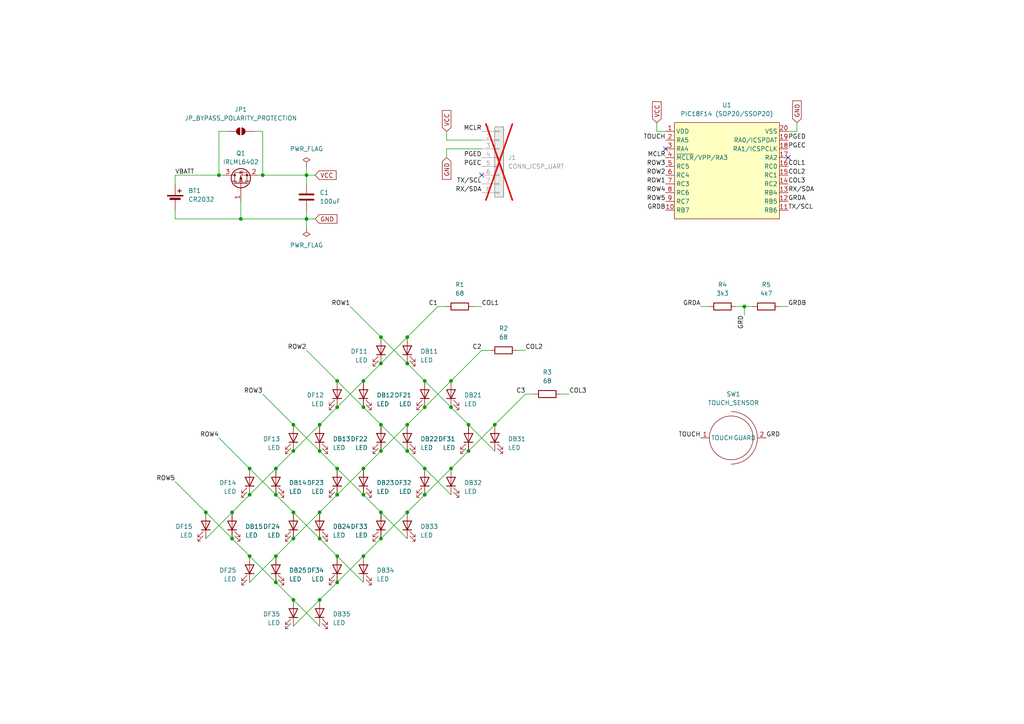
<source format=kicad_sch>
(kicad_sch (version 20250114) (generator "eeschema") (generator_version "9.0")
  (paper "A4")
  (lib_symbols
    (symbol "Battery_Cell_1" (pin_numbers (hide yes)) (pin_names (offset 0) (hide yes))
      (property "Reference" "BT" (at 2.54 2.54 0))
      (property "Value" "Battery_Cell" (at 2.54 0 0))
      (symbol "Battery_Cell_1_0_1"
        (rectangle (start -2.286 1.778) (end 2.286 1.524) (fill (type outline)))
        (rectangle (start -1.524 1.016) (end 1.524 0.508) (fill (type outline)))
        (polyline (pts (xy 0 1.778) (xy 0 2.54)))
        (polyline (pts (xy 0 0.762) (xy 0 0)))
        (polyline (pts (xy 0.762 3.048) (xy 1.778 3.048)) (stroke (width 0.254)))
        (polyline (pts (xy 1.27 3.556) (xy 1.27 2.54)) (stroke (width 0.254)))
      )
      (symbol "Battery_Cell_1_1_1"
        (pin passive line (at 0 5.08 270) (length 2.54) (name "+") (number "1"))
        (pin passive line (at 0 -2.54 90) (length 2.54) (name "-") (number "2"))
      )
    )
    (symbol "Connector_Generic:Conn_01x08" (pin_names (offset 1.016) (hide yes))
      (property "Reference" "J" (at 0 10.16 0))
      (property "Value" "Conn_01x08" (at 0 -12.7 0))
      (symbol "Conn_01x08_1_1"
        (rectangle (start -1.27 8.89) (end 1.27 -11.43) (stroke (width 0.254)) (fill (type background)))
        (rectangle (start -1.27 7.747) (end 0 7.493) (stroke (width 0.1524)))
        (rectangle (start -1.27 5.207) (end 0 4.953) (stroke (width 0.1524)))
        (rectangle (start -1.27 2.667) (end 0 2.413) (stroke (width 0.1524)))
        (rectangle (start -1.27 0.127) (end 0 -0.127) (stroke (width 0.1524)))
        (rectangle (start -1.27 -2.413) (end 0 -2.667) (stroke (width 0.1524)))
        (rectangle (start -1.27 -4.953) (end 0 -5.207) (stroke (width 0.1524)))
        (rectangle (start -1.27 -7.493) (end 0 -7.747) (stroke (width 0.1524)))
        (rectangle (start -1.27 -10.033) (end 0 -10.287) (stroke (width 0.1524)))
        (pin passive line (at -5.08 7.62 0) (length 3.81) (name "Pin_1") (number "1"))
        (pin passive line (at -5.08 5.08 0) (length 3.81) (name "Pin_2") (number "2"))
        (pin passive line (at -5.08 2.54 0) (length 3.81) (name "Pin_3") (number "3"))
        (pin passive line (at -5.08 0 0) (length 3.81) (name "Pin_4") (number "4"))
        (pin passive line (at -5.08 -2.54 0) (length 3.81) (name "Pin_5") (number "5"))
        (pin passive line (at -5.08 -5.08 0) (length 3.81) (name "Pin_6") (number "6"))
        (pin passive line (at -5.08 -7.62 0) (length 3.81) (name "Pin_7") (number "7"))
        (pin passive line (at -5.08 -10.16 0) (length 3.81) (name "Pin_8") (number "8"))
      )
    )
    (symbol "Device:C" (pin_numbers (hide yes)) (pin_names (offset 0.254))
      (property "Reference" "C" (at 0.635 2.54 0))
      (property "Value" "C" (at 0.635 -2.54 0))
      (symbol "C_0_1"
        (polyline (pts (xy -2.032 0.762) (xy 2.032 0.762)) (stroke (width 0.508)))
        (polyline (pts (xy -2.032 -0.762) (xy 2.032 -0.762)) (stroke (width 0.508)))
      )
      (symbol "C_1_1"
        (pin passive line (at 0 3.81 270) (length 2.794) (name "~") (number "1"))
        (pin passive line (at 0 -3.81 90) (length 2.794) (name "~") (number "2"))
      )
    )
    (symbol "Device:R" (pin_numbers (hide yes)) (pin_names (offset 0))
      (property "Reference" "R" (at 2.032 0 90))
      (property "Value" "R" (at 0 0 90))
      (symbol "R_0_1"
        (rectangle (start -1.016 -2.54) (end 1.016 2.54) (stroke (width 0.254)))
      )
      (symbol "R_1_1"
        (pin passive line (at 0 3.81 270) (length 1.27) (name "~") (number "1"))
        (pin passive line (at 0 -3.81 90) (length 1.27) (name "~") (number "2"))
      )
    )
    (symbol "Jumper:SolderJumper_2_Open" (pin_numbers (hide yes)) (pin_names (offset 0) (hide yes)) (exclude_from_sim yes) (in_bom no)
      (property "Reference" "JP" (at 0 2.032 0))
      (property "Value" "SolderJumper_2_Open" (at 0 -2.54 0))
      (symbol "SolderJumper_2_Open_0_1"
        (polyline (pts (xy -0.254 1.016) (xy -0.254 -1.016)))
        (arc (start -0.254 -1.016) (mid -1.2656 0) (end -0.254 1.016))
        (arc (start -0.254 -1.016) (mid -1.2656 0) (end -0.254 1.016) (fill (type outline)))
        (arc (start 0.254 1.016) (mid 1.2656 0) (end 0.254 -1.016))
        (arc (start 0.254 1.016) (mid 1.2656 0) (end 0.254 -1.016) (fill (type outline)))
        (polyline (pts (xy 0.254 1.016) (xy 0.254 -1.016)))
      )
      (symbol "SolderJumper_2_Open_1_1"
        (pin passive line (at -3.81 0 0) (length 2.54) (name "A") (number "1"))
        (pin passive line (at 3.81 0 180) (length 2.54) (name "B") (number "2"))
      )
    )
    (symbol "LED_1" (pin_numbers (hide yes)) (pin_names (offset 1.016) (hide yes))
      (property "Reference" "D" (at 0 2.54 0))
      (property "Value" "LED" (at 0 -2.54 0))
      (symbol "LED_1_0_1"
        (polyline (pts (xy -3.048 -0.762) (xy -4.572 -2.286) (xy -3.81 -2.286) (xy -4.572 -2.286) (xy -4.572 -1.524)))
        (polyline (pts (xy -1.778 -0.762) (xy -3.302 -2.286) (xy -2.54 -2.286) (xy -3.302 -2.286) (xy -3.302 -1.524)))
        (polyline (pts (xy -1.27 0) (xy 1.27 0)))
        (polyline (pts (xy -1.27 -1.27) (xy -1.27 1.27)) (stroke (width 0.254)))
        (polyline (pts (xy 1.27 -1.27) (xy 1.27 1.27) (xy -1.27 0) (xy 1.27 -1.27)) (stroke (width 0.254)))
      )
      (symbol "LED_1_1_1"
        (pin passive line (at -3.81 0 0) (length 2.54) (name "K") (number "1"))
        (pin passive line (at 3.81 0 180) (length 2.54) (name "A") (number "2"))
      )
    )
    (symbol "Transistor_FET:IRLML6402" (pin_names (hide yes))
      (property "Reference" "Q" (at 5.08 1.905 0))
      (property "Value" "IRLML6402" (at 5.08 0 0))
      (symbol "IRLML6402_0_1"
        (polyline (pts (xy 0.254 1.905) (xy 0.254 -1.905)) (stroke (width 0.254)))
        (polyline (pts (xy 0.254 0) (xy -2.54 0)))
        (polyline (pts (xy 0.762 2.286) (xy 0.762 1.27)) (stroke (width 0.254)))
        (polyline (pts (xy 0.762 1.778) (xy 3.302 1.778) (xy 3.302 -1.778) (xy 0.762 -1.778)))
        (polyline (pts (xy 0.762 0.508) (xy 0.762 -0.508)) (stroke (width 0.254)))
        (polyline (pts (xy 0.762 -1.27) (xy 0.762 -2.286)) (stroke (width 0.254)))
        (circle (center 1.651 0) (radius 2.794) (stroke (width 0.254)))
        (polyline (pts (xy 2.286 0) (xy 1.27 0.381) (xy 1.27 -0.381) (xy 2.286 0)) (fill (type outline)))
        (polyline (pts (xy 2.54 2.54) (xy 2.54 1.778)))
        (circle (center 2.54 1.778) (radius 0.254) (fill (type outline)))
        (circle (center 2.54 -1.778) (radius 0.254) (fill (type outline)))
        (polyline (pts (xy 2.54 -2.54) (xy 2.54 0) (xy 0.762 0)))
        (polyline (pts (xy 2.794 -0.508) (xy 2.921 -0.381) (xy 3.683 -0.381) (xy 3.81 -0.254)))
        (polyline (pts (xy 3.302 -0.381) (xy 2.921 0.254) (xy 3.683 0.254) (xy 3.302 -0.381)))
      )
      (symbol "IRLML6402_1_1"
        (pin input line (at -5.08 0 0) (length 2.54) (name "G") (number "1"))
        (pin passive line (at 2.54 5.08 270) (length 2.54) (name "D") (number "3"))
        (pin passive line (at 2.54 -5.08 90) (length 2.54) (name "S") (number "2"))
      )
    )
    (symbol "WinterDeco:PIC18F14 (SOP20/SSOP20)"
      (property "Reference" "U" (at 0 16.51 0))
      (property "Value" "PIC18F14 (SOP20/SSOP20)" (at 0 -16.51 0))
      (symbol "PIC18F14 (SOP20/SSOP20)_0_1"
        (rectangle (start -15.24 13.97) (end 15.24 -13.97) (fill (type background)))
      )
      (symbol "PIC18F14 (SOP20/SSOP20)_1_1"
        (pin power_in line (at -17.78 11.43 0) (length 2.54) (name "VDD") (number "1"))
        (pin bidirectional line (at -17.78 8.89 0) (length 2.54) (name "RA5") (number "2"))
        (pin bidirectional line (at -17.78 6.35 0) (length 2.54) (name "RA4") (number "3"))
        (pin bidirectional line (at -17.78 3.81 0) (length 2.54) (name "~{MCLR}/VPP/RA3") (number "4"))
        (pin bidirectional line (at -17.78 1.27 0) (length 2.54) (name "RC5") (number "5"))
        (pin bidirectional line (at -17.78 -1.27 0) (length 2.54) (name "RC4") (number "6"))
        (pin bidirectional line (at -17.78 -3.81 0) (length 2.54) (name "RC3") (number "7"))
        (pin bidirectional line (at -17.78 -6.35 0) (length 2.54) (name "RC6") (number "8"))
        (pin bidirectional line (at -17.78 -8.89 0) (length 2.54) (name "RC7") (number "9"))
        (pin bidirectional line (at -17.78 -11.43 0) (length 2.54) (name "RB7") (number "10"))
        (pin power_in line (at 17.78 11.43 180) (length 2.54) (name "VSS") (number "20"))
        (pin bidirectional line (at 17.78 8.89 180) (length 2.54) (name "RA0/ICSPDAT") (number "19"))
        (pin bidirectional line (at 17.78 6.35 180) (length 2.54) (name "RA1/ICSPCLK") (number "18"))
        (pin bidirectional line (at 17.78 3.81 180) (length 2.54) (name "RA2") (number "17"))
        (pin bidirectional line (at 17.78 1.27 180) (length 2.54) (name "RC0") (number "16"))
        (pin bidirectional line (at 17.78 -1.27 180) (length 2.54) (name "RC1") (number "15"))
        (pin bidirectional line (at 17.78 -3.81 180) (length 2.54) (name "RC2") (number "14"))
        (pin bidirectional line (at 17.78 -6.35 180) (length 2.54) (name "RB4") (number "13"))
        (pin bidirectional line (at 17.78 -8.89 180) (length 2.54) (name "RB5") (number "12"))
        (pin bidirectional line (at 17.78 -11.43 180) (length 2.54) (name "RB6") (number "11"))
      )
    )
    (symbol "WinterDeco:TOUCH_SENSOR"
      (property "Reference" "SW" (at 0 10.16 0))
      (property "Value" "TOUCH_SENSOR" (at 0 -10.16 0))
      (symbol "TOUCH_SENSOR_0_1"
        (arc (start 0 7.62) (mid 7.5811 0) (end 0 -7.62))
        (circle (center 0 0) (radius 6.35))
      )
      (symbol "TOUCH_SENSOR_1_1"
        (pin output line (at -8.89 0 0) (length 2.54) (name "TOUCH") (number "1"))
        (pin input line (at 10.16 0 180) (length 2.54) (name "GUARD") (number "2"))
      )
    )
    (symbol "power:PWR_FLAG" (power) (pin_numbers (hide yes)) (pin_names (offset 0) (hide yes))
      (property "Value" "PWR_FLAG" (at 0 3.81 0))
      (symbol "PWR_FLAG_0_0"
        (pin power_out line (at 0 0 90) (length 0) (name "~") (number "1"))
      )
      (symbol "PWR_FLAG_0_1"
        (polyline (pts (xy 0 0) (xy 0 1.27) (xy -1.016 1.905) (xy 0 2.54) (xy 1.016 1.905) (xy 0 1.27)))
      )
    )
  )
  (junction (at 67.31 148.59))
  (junction (at 110.49 123.19))
  (junction (at 123.19 135.89))
  (junction (at 118.11 105.41))
  (junction (at 97.79 135.89))
  (junction (at 110.49 156.21))
  (junction (at 63.5 50.8))
  (junction (at 105.41 161.29))
  (junction (at 110.49 97.79))
  (junction (at 88.9 63.5))
  (junction (at 67.31 156.21))
  (junction (at 85.09 156.21))
  (junction (at 85.09 148.59))
  (junction (at 97.79 110.49))
  (junction (at 69.85 63.5))
  (junction (at 92.71 123.19))
  (junction (at 105.41 135.89))
  (junction (at 88.9 50.8))
  (junction (at 72.39 135.89))
  (junction (at 97.79 161.29))
  (junction (at 76.2 50.8))
  (junction (at 85.09 173.99))
  (junction (at 97.79 143.51))
  (junction (at 97.79 118.11))
  (junction (at 118.11 123.19))
  (junction (at 85.09 130.81))
  (junction (at 59.69 148.59))
  (junction (at 85.09 123.19))
  (junction (at 92.71 173.99))
  (junction (at 110.49 148.59))
  (junction (at 123.19 110.49))
  (junction (at 92.71 156.21))
  (junction (at 130.81 110.49))
  (junction (at 110.49 105.41))
  (junction (at 118.11 130.81))
  (junction (at 105.41 110.49))
  (junction (at 80.01 168.91))
  (junction (at 72.39 161.29))
  (junction (at 92.71 148.59))
  (junction (at 123.19 118.11))
  (junction (at 143.51 123.19))
  (junction (at 110.49 130.81))
  (junction (at 130.81 118.11))
  (junction (at 118.11 148.59))
  (junction (at 80.01 135.89))
  (junction (at 123.19 143.51))
  (junction (at 130.81 135.89))
  (junction (at 105.41 118.11))
  (junction (at 135.89 123.19))
  (junction (at 80.01 143.51))
  (junction (at 97.79 168.91))
  (junction (at 215.9 88.9))
  (junction (at 105.41 143.51))
  (junction (at 80.01 161.29))
  (junction (at 92.71 130.81))
  (junction (at 118.11 97.79))
  (junction (at 72.39 143.51))
  (junction (at 135.89 130.81))
  (no_connect (at 139.7 50.8))
  (no_connect (at 228.6 45.72))
  (no_connect (at 193.04 43.18))
  (wire (pts (xy 137.16 88.9) (xy 139.7 88.9)))
  (wire (pts (xy 203.2 88.9) (xy 205.74 88.9)))
  (wire (pts (xy 190.5 38.1) (xy 193.04 38.1)))
  (wire (pts (xy 73.66 38.1) (xy 76.2 38.1)))
  (wire (pts (xy 92.71 130.81) (xy 97.79 135.89)))
  (wire (pts (xy 226.06 88.9) (xy 228.6 88.9)))
  (wire (pts (xy 69.85 63.5) (xy 88.9 63.5)))
  (wire (pts (xy 97.79 110.49) (xy 105.41 118.11)))
  (wire (pts (xy 215.9 88.9) (xy 215.9 91.44)))
  (wire (pts (xy 88.9 50.8) (xy 88.9 53.34)))
  (wire (pts (xy 92.71 173.99) (xy 97.79 168.91)))
  (wire (pts (xy 63.5 50.8) (xy 64.77 50.8)))
  (wire (pts (xy 88.9 63.5) (xy 88.9 66.04)))
  (wire (pts (xy 105.41 161.29) (xy 110.49 156.21)))
  (wire (pts (xy 85.09 148.59) (xy 92.71 156.21)))
  (wire (pts (xy 50.8 139.7) (xy 59.69 148.59)))
  (wire (pts (xy 85.09 156.21) (xy 92.71 148.59)))
  (wire (pts (xy 213.36 88.9) (xy 215.9 88.9)))
  (wire (pts (xy 92.71 123.19) (xy 97.79 118.11)))
  (wire (pts (xy 72.39 143.51) (xy 80.01 135.89)))
  (wire (pts (xy 50.8 63.5) (xy 69.85 63.5)))
  (wire (pts (xy 92.71 156.21) (xy 97.79 161.29)))
  (wire (pts (xy 67.31 148.59) (xy 72.39 143.51)))
  (wire (pts (xy 110.49 123.19) (xy 118.11 130.81)))
  (wire (pts (xy 88.9 101.6) (xy 97.79 110.49)))
  (wire (pts (xy 80.01 168.91) (xy 85.09 173.99)))
  (wire (pts (xy 80.01 135.89) (xy 85.09 130.81)))
  (wire (pts (xy 118.11 123.19) (xy 123.19 118.11)))
  (wire (pts (xy 85.09 123.19) (xy 92.71 130.81)))
  (wire (pts (xy 74.93 50.8) (xy 76.2 50.8)))
  (wire (pts (xy 129.54 45.72) (xy 129.54 43.18)))
  (wire (pts (xy 130.81 135.89) (xy 135.89 130.81)))
  (wire (pts (xy 190.5 35.56) (xy 190.5 38.1)))
  (wire (pts (xy 110.49 156.21) (xy 118.11 148.59)))
  (wire (pts (xy 123.19 118.11) (xy 130.81 110.49)))
  (wire (pts (xy 76.2 38.1) (xy 76.2 50.8)))
  (wire (pts (xy 162.56 114.3) (xy 165.1 114.3)))
  (wire (pts (xy 130.81 110.49) (xy 139.7 101.6)))
  (wire (pts (xy 231.14 35.56) (xy 231.14 38.1)))
  (wire (pts (xy 231.14 38.1) (xy 228.6 38.1)))
  (wire (pts (xy 123.19 143.51) (xy 130.81 135.89)))
  (wire (pts (xy 123.19 135.89) (xy 130.81 143.51)))
  (wire (pts (xy 110.49 105.41) (xy 118.11 97.79)))
  (wire (pts (xy 69.85 58.42) (xy 69.85 63.5)))
  (wire (pts (xy 76.2 50.8) (xy 88.9 50.8)))
  (wire (pts (xy 63.5 127) (xy 72.39 135.89)))
  (wire (pts (xy 130.81 118.11) (xy 135.89 123.19)))
  (wire (pts (xy 88.9 63.5) (xy 88.9 60.96)))
  (wire (pts (xy 135.89 130.81) (xy 143.51 123.19)))
  (wire (pts (xy 129.54 40.64) (xy 139.7 40.64)))
  (wire (pts (xy 118.11 105.41) (xy 123.19 110.49)))
  (wire (pts (xy 129.54 38.1) (xy 129.54 40.64)))
  (wire (pts (xy 59.69 156.21) (xy 67.31 148.59)))
  (wire (pts (xy 97.79 168.91) (xy 105.41 161.29)))
  (wire (pts (xy 80.01 143.51) (xy 85.09 148.59)))
  (wire (pts (xy 50.8 60.96) (xy 50.8 63.5)))
  (wire (pts (xy 97.79 161.29) (xy 105.41 168.91)))
  (wire (pts (xy 110.49 130.81) (xy 118.11 123.19)))
  (wire (pts (xy 215.9 88.9) (xy 218.44 88.9)))
  (wire (pts (xy 59.69 148.59) (xy 67.31 156.21)))
  (wire (pts (xy 88.9 63.5) (xy 91.44 63.5)))
  (wire (pts (xy 76.2 114.3) (xy 85.09 123.19)))
  (wire (pts (xy 50.8 50.8) (xy 63.5 50.8)))
  (wire (pts (xy 127 88.9) (xy 129.54 88.9)))
  (wire (pts (xy 88.9 50.8) (xy 91.44 50.8)))
  (wire (pts (xy 110.49 97.79) (xy 118.11 105.41)))
  (wire (pts (xy 85.09 173.99) (xy 92.71 181.61)))
  (wire (pts (xy 135.89 123.19) (xy 143.51 130.81)))
  (wire (pts (xy 63.5 38.1) (xy 63.5 50.8)))
  (wire (pts (xy 88.9 48.26) (xy 88.9 50.8)))
  (wire (pts (xy 105.41 110.49) (xy 110.49 105.41)))
  (wire (pts (xy 152.4 114.3) (xy 154.94 114.3)))
  (wire (pts (xy 97.79 118.11) (xy 105.41 110.49)))
  (wire (pts (xy 149.86 101.6) (xy 152.4 101.6)))
  (wire (pts (xy 72.39 161.29) (xy 80.01 168.91)))
  (wire (pts (xy 139.7 101.6) (xy 142.24 101.6)))
  (wire (pts (xy 110.49 148.59) (xy 118.11 156.21)))
  (wire (pts (xy 105.41 135.89) (xy 110.49 130.81)))
  (wire (pts (xy 101.6 88.9) (xy 110.49 97.79)))
  (wire (pts (xy 92.71 148.59) (xy 97.79 143.51)))
  (wire (pts (xy 50.8 53.34) (xy 50.8 50.8)))
  (wire (pts (xy 97.79 143.51) (xy 105.41 135.89)))
  (wire (pts (xy 123.19 110.49) (xy 130.81 118.11)))
  (wire (pts (xy 85.09 181.61) (xy 92.71 173.99)))
  (wire (pts (xy 80.01 161.29) (xy 85.09 156.21)))
  (wire (pts (xy 118.11 130.81) (xy 123.19 135.89)))
  (wire (pts (xy 72.39 135.89) (xy 80.01 143.51)))
  (wire (pts (xy 67.31 156.21) (xy 72.39 161.29)))
  (wire (pts (xy 118.11 148.59) (xy 123.19 143.51)))
  (wire (pts (xy 143.51 123.19) (xy 152.4 114.3)))
  (wire (pts (xy 66.04 38.1) (xy 63.5 38.1)))
  (wire (pts (xy 72.39 168.91) (xy 80.01 161.29)))
  (wire (pts (xy 97.79 135.89) (xy 105.41 143.51)))
  (wire (pts (xy 85.09 130.81) (xy 92.71 123.19)))
  (wire (pts (xy 105.41 143.51) (xy 110.49 148.59)))
  (wire (pts (xy 105.41 118.11) (xy 110.49 123.19)))
  (wire (pts (xy 129.54 43.18) (xy 139.7 43.18)))
  (wire (pts (xy 118.11 97.79) (xy 127 88.9)))
  (label "COL2" (at 228.6 50.8 0))
  (label "GRDA" (at 203.2 88.9 180))
  (label "ROW1" (at 193.04 53.34 180))
  (label "PGED" (at 228.6 40.64 0))
  (label "C2" (at 139.7 101.6 180))
  (label "GRDA" (at 228.6 58.42 0))
  (label "COL3" (at 228.6 53.34 0))
  (label "COL2" (at 152.4 101.6 0))
  (label "COL1" (at 139.7 88.9 0))
  (label "GRDB" (at 193.04 60.96 180))
  (label "GRDB" (at 228.6 88.9 0))
  (label "ROW3" (at 76.2 114.3 180))
  (label "COL3" (at 165.1 114.3 0))
  (label "ROW2" (at 193.04 50.8 180))
  (label "MCLR" (at 193.04 45.72 180))
  (label "PGEC" (at 228.6 43.18 0))
  (label "ROW3" (at 193.04 48.26 180))
  (label "C1" (at 127 88.9 180))
  (label "VBATT" (at 50.8 50.8 0))
  (label "ROW1" (at 101.6 88.9 180))
  (label "RX{slash}SDA" (at 228.6 55.88 0))
  (label "GRD" (at 215.9 91.44 270))
  (label "COL1" (at 228.6 48.26 0))
  (label "ROW4" (at 193.04 55.88 180))
  (label "TOUCH" (at 203.2 127 180))
  (label "ROW2" (at 88.9 101.6 180))
  (label "RX{slash}SDA" (at 139.7 55.88 180))
  (label "TX{slash}SCL" (at 139.7 53.34 180))
  (label "ROW5" (at 50.8 139.7 180))
  (label "ROW4" (at 63.5 127 180))
  (label "GRD" (at 222.25 127 0))
  (label "ROW5" (at 193.04 58.42 180))
  (label "PGED" (at 139.7 45.72 180))
  (label "C3" (at 152.4 114.3 180))
  (label "PGEC" (at 139.7 48.26 180))
  (label "TX{slash}SCL" (at 228.6 60.96 0))
  (label "TOUCH" (at 193.04 40.64 180))
  (label "MCLR" (at 139.7 38.1 180))
  (global_label "GND" (shape input) (at 91.44 63.5 0) (property "Intersheetrefs" "${INTERSHEET_REFS}" (effects (hide yes))))
  (global_label "GND" (shape input) (at 231.14 35.56 90) (property "Intersheetrefs" "${INTERSHEET_REFS}" (effects (hide yes))))
  (global_label "VCC" (shape input) (at 190.5 35.56 90) (property "Intersheetrefs" "${INTERSHEET_REFS}" (effects (hide yes))))
  (global_label "VCC" (shape input) (at 91.44 50.8 0) (property "Intersheetrefs" "${INTERSHEET_REFS}" (effects (hide yes))))
  (global_label "VCC" (shape input) (at 129.54 38.1 90) (property "Intersheetrefs" "${INTERSHEET_REFS}" (effects (hide yes))))
  (global_label "GND" (shape input) (at 129.54 45.72 270) (property "Intersheetrefs" "${INTERSHEET_REFS}" (effects (hide yes))))
  (symbol (lib_name "LED_1") (lib_id "Device:LED") (at 118.11 152.4 90) (unit 1)
    (property "Reference" "DB33" (at 121.92 152.7174 90) (effects (justify right)))
    (property "Value" "LED" (at 121.92 155.2574 90) (effects (justify right)))
    (property "Footprint" "WinterDeco:LED_1206_3216Metric_Pad1.42x1.75mm_Arrow_HandSolder" (effects (hide yes)))
    (property "Description" "Light emitting diode" (effects (hide yes)))
    (property "Sim.Pins" "1=K 2=A" (effects (hide yes)))
  )
  (symbol (lib_name "LED_1") (lib_id "Device:LED") (at 143.51 127 90) (unit 1)
    (property "Reference" "DB31" (at 147.32 127.3174 90) (effects (justify right)))
    (property "Value" "LED" (at 147.32 129.8574 90) (effects (justify right)))
    (property "Footprint" "WinterDeco:LED_1206_3216Metric_Pad1.42x1.75mm_Arrow_HandSolder" (effects (hide yes)))
    (property "Description" "Light emitting diode" (effects (hide yes)))
    (property "Sim.Pins" "1=K 2=A" (effects (hide yes)))
  )
  (symbol (lib_name "LED_1") (lib_id "Device:LED") (at 59.69 152.4 270) (mirror x) (unit 1)
    (property "Reference" "DF15" (at 55.88 152.7174 90) (effects (justify right)))
    (property "Value" "LED" (at 55.88 155.2574 90) (effects (justify right)))
    (property "Footprint" "WinterDeco:LED_1206_3216Metric_Pad1.42x1.75mm_Arrow_HandSolder" (effects (hide yes)))
    (property "Description" "Light emitting diode" (effects (hide yes)))
    (property "Sim.Pins" "1=K 2=A" (effects (hide yes)))
  )
  (symbol (lib_id "Connector_Generic:Conn_01x08") (at 144.78 45.72 0) (unit 1) (dnp yes)
    (property "Reference" "J1" (at 147.32 45.7199 0) (effects (justify left)))
    (property "Value" "CONN_ICSP_UART" (at 147.32 48.2599 0) (effects (justify left)))
    (property "Footprint" "Connector_PinHeader_2.54mm:PinHeader_1x08_P2.54mm_Vertical" (effects (hide yes)))
  )
  (symbol (lib_id "Device:R") (at 222.25 88.9 90) (unit 1)
    (property "Reference" "R5" (at 222.25 82.55 90))
    (property "Value" "4k7" (at 222.25 85.09 90))
    (property "Footprint" "Resistor_SMD:R_1206_3216Metric_Pad1.30x1.75mm_HandSolder" (effects (hide yes)))
  )
  (symbol (lib_name "LED_1") (lib_id "Device:LED") (at 97.79 139.7 270) (mirror x) (unit 1)
    (property "Reference" "DF23" (at 93.98 140.0174 90) (effects (justify right)))
    (property "Value" "LED" (at 93.98 142.5574 90) (effects (justify right)))
    (property "Footprint" "WinterDeco:LED_1206_3216Metric_Pad1.42x1.75mm_Arrow_HandSolder" (effects (hide yes)))
    (property "Description" "Light emitting diode" (effects (hide yes)))
    (property "Sim.Pins" "1=K 2=A" (effects (hide yes)))
  )
  (symbol (lib_id "Transistor_FET:IRLML6402") (at 69.85 53.34 90) (unit 1)
    (property "Reference" "Q1" (at 69.85 44.45 90))
    (property "Value" "IRLML6402" (at 69.85 46.99 90))
    (property "Footprint" "Package_TO_SOT_SMD:SOT-23" (effects (hide yes)))
    (property "Datasheet" "https://www.infineon.com/dgdl/irlml6402pbf.pdf?fileId=5546d462533600a401535668d5c2263c" (effects (hide yes)))
    (property "Description" "-3.7A Id, -20V Vds, 65mOhm Rds, P-Channel HEXFET Power MOSFET, SOT-23" (effects (hide yes)))
  )
  (symbol (lib_id "Device:R") (at 209.55 88.9 90) (unit 1)
    (property "Reference" "R4" (at 209.55 82.55 90))
    (property "Value" "3k3" (at 209.55 85.09 90))
    (property "Footprint" "Resistor_SMD:R_1206_3216Metric_Pad1.30x1.75mm_HandSolder" (effects (hide yes)))
  )
  (symbol (lib_id "Device:R") (at 133.35 88.9 90) (unit 1)
    (property "Reference" "R1" (at 133.35 82.55 90))
    (property "Value" "68" (at 133.35 85.09 90))
    (property "Footprint" "Resistor_SMD:R_1206_3216Metric_Pad1.30x1.75mm_HandSolder" (effects (hide yes)))
  )
  (symbol (lib_id "Device:R") (at 158.75 114.3 90) (unit 1)
    (property "Reference" "R3" (at 158.75 107.95 90))
    (property "Value" "68" (at 158.75 110.49 90))
    (property "Footprint" "Resistor_SMD:R_1206_3216Metric_Pad1.30x1.75mm_HandSolder" (effects (hide yes)))
  )
  (symbol (lib_name "LED_1") (lib_id "Device:LED") (at 85.09 127 270) (mirror x) (unit 1)
    (property "Reference" "DF13" (at 81.28 127.3174 90) (effects (justify right)))
    (property "Value" "LED" (at 81.28 129.8574 90) (effects (justify right)))
    (property "Footprint" "WinterDeco:LED_1206_3216Metric_Pad1.42x1.75mm_Arrow_HandSolder" (effects (hide yes)))
    (property "Description" "Light emitting diode" (effects (hide yes)))
    (property "Sim.Pins" "1=K 2=A" (effects (hide yes)))
  )
  (symbol (lib_id "power:PWR_FLAG") (at 88.9 48.26 0) (unit 1)
    (property "Reference" "#FLG01" (effects (hide yes)))
    (property "Value" "PWR_FLAG" (at 88.9 43.18 0))
    (property "Description" "Special symbol for telling ERC where power comes from" (effects (hide yes)))
  )
  (symbol (lib_name "LED_1") (lib_id "Device:LED") (at 92.71 152.4 90) (unit 1)
    (property "Reference" "DB24" (at 96.52 152.7174 90) (effects (justify right)))
    (property "Value" "LED" (at 96.52 155.2574 90) (effects (justify right)))
    (property "Footprint" "WinterDeco:LED_1206_3216Metric_Pad1.42x1.75mm_Arrow_HandSolder" (effects (hide yes)))
    (property "Description" "Light emitting diode" (effects (hide yes)))
    (property "Sim.Pins" "1=K 2=A" (effects (hide yes)))
  )
  (symbol (lib_name "LED_1") (lib_id "Device:LED") (at 110.49 101.6 270) (mirror x) (unit 1)
    (property "Reference" "DF11" (at 106.68 101.9174 90) (effects (justify right)))
    (property "Value" "LED" (at 106.68 104.4574 90) (effects (justify right)))
    (property "Footprint" "WinterDeco:LED_1206_3216Metric_Pad1.42x1.75mm_Arrow_HandSolder" (effects (hide yes)))
    (property "Description" "Light emitting diode" (effects (hide yes)))
    (property "Sim.Pins" "1=K 2=A" (effects (hide yes)))
  )
  (symbol (lib_name "LED_1") (lib_id "Device:LED") (at 123.19 139.7 270) (mirror x) (unit 1)
    (property "Reference" "DF32" (at 119.38 140.0174 90) (effects (justify right)))
    (property "Value" "LED" (at 119.38 142.5574 90) (effects (justify right)))
    (property "Footprint" "WinterDeco:LED_1206_3216Metric_Pad1.42x1.75mm_Arrow_HandSolder" (effects (hide yes)))
    (property "Description" "Light emitting diode" (effects (hide yes)))
    (property "Sim.Pins" "1=K 2=A" (effects (hide yes)))
  )
  (symbol (lib_name "LED_1") (lib_id "Device:LED") (at 130.81 139.7 90) (unit 1)
    (property "Reference" "DB32" (at 134.62 140.0174 90) (effects (justify right)))
    (property "Value" "LED" (at 134.62 142.5574 90) (effects (justify right)))
    (property "Footprint" "WinterDeco:LED_1206_3216Metric_Pad1.42x1.75mm_Arrow_HandSolder" (effects (hide yes)))
    (property "Description" "Light emitting diode" (effects (hide yes)))
    (property "Sim.Pins" "1=K 2=A" (effects (hide yes)))
  )
  (symbol (lib_name "LED_1") (lib_id "Device:LED") (at 118.11 101.6 90) (unit 1)
    (property "Reference" "DB11" (at 121.92 101.9174 90) (effects (justify right)))
    (property "Value" "LED" (at 121.92 104.4574 90) (effects (justify right)))
    (property "Footprint" "WinterDeco:LED_1206_3216Metric_Pad1.42x1.75mm_Arrow_HandSolder" (effects (hide yes)))
    (property "Description" "Light emitting diode" (effects (hide yes)))
    (property "Sim.Pins" "1=K 2=A" (effects (hide yes)))
  )
  (symbol (lib_name "LED_1") (lib_id "Device:LED") (at 80.01 139.7 90) (unit 1)
    (property "Reference" "DB14" (at 83.82 140.0174 90) (effects (justify right)))
    (property "Value" "LED" (at 83.82 142.5574 90) (effects (justify right)))
    (property "Footprint" "WinterDeco:LED_1206_3216Metric_Pad1.42x1.75mm_Arrow_HandSolder" (effects (hide yes)))
    (property "Description" "Light emitting diode" (effects (hide yes)))
    (property "Sim.Pins" "1=K 2=A" (effects (hide yes)))
  )
  (symbol (lib_name "LED_1") (lib_id "Device:LED") (at 85.09 152.4 270) (mirror x) (unit 1)
    (property "Reference" "DF24" (at 81.28 152.7174 90) (effects (justify right)))
    (property "Value" "LED" (at 81.28 155.2574 90) (effects (justify right)))
    (property "Footprint" "WinterDeco:LED_1206_3216Metric_Pad1.42x1.75mm_Arrow_HandSolder" (effects (hide yes)))
    (property "Description" "Light emitting diode" (effects (hide yes)))
    (property "Sim.Pins" "1=K 2=A" (effects (hide yes)))
  )
  (symbol (lib_name "LED_1") (lib_id "Device:LED") (at 105.41 114.3 90) (unit 1)
    (property "Reference" "DB12" (at 109.22 114.6174 90) (effects (justify right)))
    (property "Value" "LED" (at 109.22 117.1574 90) (effects (justify right)))
    (property "Footprint" "WinterDeco:LED_1206_3216Metric_Pad1.42x1.75mm_Arrow_HandSolder" (effects (hide yes)))
    (property "Description" "Light emitting diode" (effects (hide yes)))
    (property "Sim.Pins" "1=K 2=A" (effects (hide yes)))
  )
  (symbol (lib_name "LED_1") (lib_id "Device:LED") (at 118.11 127 90) (unit 1)
    (property "Reference" "DB22" (at 121.92 127.3174 90) (effects (justify right)))
    (property "Value" "LED" (at 121.92 129.8574 90) (effects (justify right)))
    (property "Footprint" "WinterDeco:LED_1206_3216Metric_Pad1.42x1.75mm_Arrow_HandSolder" (effects (hide yes)))
    (property "Description" "Light emitting diode" (effects (hide yes)))
    (property "Sim.Pins" "1=K 2=A" (effects (hide yes)))
  )
  (symbol (lib_name "LED_1") (lib_id "Device:LED") (at 85.09 177.8 270) (mirror x) (unit 1)
    (property "Reference" "DF35" (at 81.28 178.1174 90) (effects (justify right)))
    (property "Value" "LED" (at 81.28 180.6574 90) (effects (justify right)))
    (property "Footprint" "WinterDeco:LED_1206_3216Metric_Pad1.42x1.75mm_Arrow_HandSolder" (effects (hide yes)))
    (property "Description" "Light emitting diode" (effects (hide yes)))
    (property "Sim.Pins" "1=K 2=A" (effects (hide yes)))
  )
  (symbol (lib_name "LED_1") (lib_id "Device:LED") (at 72.39 139.7 270) (mirror x) (unit 1)
    (property "Reference" "DF14" (at 68.58 140.0174 90) (effects (justify right)))
    (property "Value" "LED" (at 68.58 142.5574 90) (effects (justify right)))
    (property "Footprint" "WinterDeco:LED_1206_3216Metric_Pad1.42x1.75mm_Arrow_HandSolder" (effects (hide yes)))
    (property "Description" "Light emitting diode" (effects (hide yes)))
    (property "Sim.Pins" "1=K 2=A" (effects (hide yes)))
  )
  (symbol (lib_name "LED_1") (lib_id "Device:LED") (at 130.81 114.3 90) (unit 1)
    (property "Reference" "DB21" (at 134.62 114.6174 90) (effects (justify right)))
    (property "Value" "LED" (at 134.62 117.1574 90) (effects (justify right)))
    (property "Footprint" "WinterDeco:LED_1206_3216Metric_Pad1.42x1.75mm_Arrow_HandSolder" (effects (hide yes)))
    (property "Description" "Light emitting diode" (effects (hide yes)))
    (property "Sim.Pins" "1=K 2=A" (effects (hide yes)))
  )
  (symbol (lib_name "LED_1") (lib_id "Device:LED") (at 92.71 127 90) (unit 1)
    (property "Reference" "DB13" (at 96.52 127.3174 90) (effects (justify right)))
    (property "Value" "LED" (at 96.52 129.8574 90) (effects (justify right)))
    (property "Footprint" "WinterDeco:LED_1206_3216Metric_Pad1.42x1.75mm_Arrow_HandSolder" (effects (hide yes)))
    (property "Description" "Light emitting diode" (effects (hide yes)))
    (property "Sim.Pins" "1=K 2=A" (effects (hide yes)))
  )
  (symbol (lib_name "LED_1") (lib_id "Device:LED") (at 135.89 127 270) (mirror x) (unit 1)
    (property "Reference" "DF31" (at 132.08 127.3174 90) (effects (justify right)))
    (property "Value" "LED" (at 132.08 129.8574 90) (effects (justify right)))
    (property "Footprint" "WinterDeco:LED_1206_3216Metric_Pad1.42x1.75mm_Arrow_HandSolder" (effects (hide yes)))
    (property "Description" "Light emitting diode" (effects (hide yes)))
    (property "Sim.Pins" "1=K 2=A" (effects (hide yes)))
  )
  (symbol (lib_id "Jumper:SolderJumper_2_Open") (at 69.85 38.1 0) (unit 1) (in_bom no)
    (property "Reference" "JP1" (at 69.85 31.75 0))
    (property "Value" "JP_BYPASS_POLARITY_PROTECTION" (at 69.85 34.29 0))
    (property "Footprint" "Jumper:SolderJumper-2_P1.3mm_Open_RoundedPad1.0x1.5mm" (effects (hide yes)))
    (property "Description" "Solder Jumper, 2-pole, open" (effects (hide yes)))
  )
  (symbol (lib_name "LED_1") (lib_id "Device:LED") (at 92.71 177.8 90) (unit 1)
    (property "Reference" "DB35" (at 96.52 178.1174 90) (effects (justify right)))
    (property "Value" "LED" (at 96.52 180.6574 90) (effects (justify right)))
    (property "Footprint" "WinterDeco:LED_1206_3216Metric_Pad1.42x1.75mm_Arrow_HandSolder" (effects (hide yes)))
    (property "Description" "Light emitting diode" (effects (hide yes)))
    (property "Sim.Pins" "1=K 2=A" (effects (hide yes)))
  )
  (symbol (lib_name "LED_1") (lib_id "Device:LED") (at 97.79 114.3 270) (mirror x) (unit 1)
    (property "Reference" "DF12" (at 93.98 114.6174 90) (effects (justify right)))
    (property "Value" "LED" (at 93.98 117.1574 90) (effects (justify right)))
    (property "Footprint" "WinterDeco:LED_1206_3216Metric_Pad1.42x1.75mm_Arrow_HandSolder" (effects (hide yes)))
    (property "Description" "Light emitting diode" (effects (hide yes)))
    (property "Sim.Pins" "1=K 2=A" (effects (hide yes)))
  )
  (symbol (lib_id "power:PWR_FLAG") (at 88.9 66.04 180) (unit 1)
    (property "Reference" "#FLG02" (effects (hide yes)))
    (property "Value" "PWR_FLAG" (at 88.9 71.12 0))
    (property "Description" "Special symbol for telling ERC where power comes from" (effects (hide yes)))
  )
  (symbol (lib_name "LED_1") (lib_id "Device:LED") (at 97.79 165.1 270) (mirror x) (unit 1)
    (property "Reference" "DF34" (at 93.98 165.4174 90) (effects (justify right)))
    (property "Value" "LED" (at 93.98 167.9574 90) (effects (justify right)))
    (property "Footprint" "WinterDeco:LED_1206_3216Metric_Pad1.42x1.75mm_Arrow_HandSolder" (effects (hide yes)))
    (property "Description" "Light emitting diode" (effects (hide yes)))
    (property "Sim.Pins" "1=K 2=A" (effects (hide yes)))
  )
  (symbol (lib_name "LED_1") (lib_id "Device:LED") (at 110.49 152.4 270) (mirror x) (unit 1)
    (property "Reference" "DF33" (at 106.68 152.7174 90) (effects (justify right)))
    (property "Value" "LED" (at 106.68 155.2574 90) (effects (justify right)))
    (property "Footprint" "WinterDeco:LED_1206_3216Metric_Pad1.42x1.75mm_Arrow_HandSolder" (effects (hide yes)))
    (property "Description" "Light emitting diode" (effects (hide yes)))
    (property "Sim.Pins" "1=K 2=A" (effects (hide yes)))
  )
  (symbol (lib_name "LED_1") (lib_id "Device:LED") (at 105.41 139.7 90) (unit 1)
    (property "Reference" "DB23" (at 109.22 140.0174 90) (effects (justify right)))
    (property "Value" "LED" (at 109.22 142.5574 90) (effects (justify right)))
    (property "Footprint" "WinterDeco:LED_1206_3216Metric_Pad1.42x1.75mm_Arrow_HandSolder" (effects (hide yes)))
    (property "Description" "Light emitting diode" (effects (hide yes)))
    (property "Sim.Pins" "1=K 2=A" (effects (hide yes)))
  )
  (symbol (lib_name "LED_1") (lib_id "Device:LED") (at 110.49 127 270) (mirror x) (unit 1)
    (property "Reference" "DF22" (at 106.68 127.3174 90) (effects (justify right)))
    (property "Value" "LED" (at 106.68 129.8574 90) (effects (justify right)))
    (property "Footprint" "WinterDeco:LED_1206_3216Metric_Pad1.42x1.75mm_Arrow_HandSolder" (effects (hide yes)))
    (property "Description" "Light emitting diode" (effects (hide yes)))
    (property "Sim.Pins" "1=K 2=A" (effects (hide yes)))
  )
  (symbol (lib_name "LED_1") (lib_id "Device:LED") (at 105.41 165.1 90) (unit 1)
    (property "Reference" "DB34" (at 109.22 165.4174 90) (effects (justify right)))
    (property "Value" "LED" (at 109.22 167.9574 90) (effects (justify right)))
    (property "Footprint" "WinterDeco:LED_1206_3216Metric_Pad1.42x1.75mm_Arrow_HandSolder" (effects (hide yes)))
    (property "Description" "Light emitting diode" (effects (hide yes)))
    (property "Sim.Pins" "1=K 2=A" (effects (hide yes)))
  )
  (symbol (lib_name "LED_1") (lib_id "Device:LED") (at 80.01 165.1 90) (unit 1)
    (property "Reference" "DB25" (at 83.82 165.4174 90) (effects (justify right)))
    (property "Value" "LED" (at 83.82 167.9574 90) (effects (justify right)))
    (property "Footprint" "WinterDeco:LED_1206_3216Metric_Pad1.42x1.75mm_Arrow_HandSolder" (effects (hide yes)))
    (property "Description" "Light emitting diode" (effects (hide yes)))
    (property "Sim.Pins" "1=K 2=A" (effects (hide yes)))
  )
  (symbol (lib_name "LED_1") (lib_id "Device:LED") (at 123.19 114.3 270) (mirror x) (unit 1)
    (property "Reference" "DF21" (at 119.38 114.6174 90) (effects (justify right)))
    (property "Value" "LED" (at 119.38 117.1574 90) (effects (justify right)))
    (property "Footprint" "WinterDeco:LED_1206_3216Metric_Pad1.42x1.75mm_Arrow_HandSolder" (effects (hide yes)))
    (property "Description" "Light emitting diode" (effects (hide yes)))
    (property "Sim.Pins" "1=K 2=A" (effects (hide yes)))
  )
  (symbol (lib_id "Device:R") (at 146.05 101.6 90) (unit 1)
    (property "Reference" "R2" (at 146.05 95.25 90))
    (property "Value" "68" (at 146.05 97.79 90))
    (property "Footprint" "Resistor_SMD:R_1206_3216Metric_Pad1.30x1.75mm_HandSolder" (effects (hide yes)))
  )
  (symbol (lib_name "Battery_Cell_1") (lib_id "Device:Battery_Cell") (at 50.8 58.42 0) (unit 1)
    (property "Reference" "BT1" (at 54.61 55.3084 0) (effects (justify left)))
    (property "Value" "CR2032" (at 54.61 57.8484 0) (effects (justify left)))
    (property "Footprint" "Battery:BatteryHolder_Keystone_103_1x20mm" (effects (hide yes)))
    (property "Description" "Single-cell battery" (effects (hide yes)))
  )
  (symbol (lib_id "WinterDeco:PIC18F14 (SOP20/SSOP20)") (at 210.82 49.53 0) (unit 1)
    (property "Reference" "U1" (at 210.82 30.48 0))
    (property "Value" "PIC18F14 (SOP20/SSOP20)" (at 210.82 33.02 0))
    (property "Footprint" "Package_SO:SO-20_12.8x7.5mm_P1.27mm" (effects (hide yes)))
  )
  (symbol (lib_name "LED_1") (lib_id "Device:LED") (at 67.31 152.4 90) (unit 1)
    (property "Reference" "DB15" (at 71.12 152.7174 90) (effects (justify right)))
    (property "Value" "LED" (at 71.12 155.2574 90) (effects (justify right)))
    (property "Footprint" "WinterDeco:LED_1206_3216Metric_Pad1.42x1.75mm_Arrow_HandSolder" (effects (hide yes)))
    (property "Description" "Light emitting diode" (effects (hide yes)))
    (property "Sim.Pins" "1=K 2=A" (effects (hide yes)))
  )
  (symbol (lib_id "WinterDeco:TOUCH_SENSOR") (at 212.09 127 0) (unit 1)
    (property "Reference" "SW1" (at 212.725 114.3 0))
    (property "Value" "TOUCH_SENSOR" (at 212.725 116.84 0))
    (property "Footprint" "WinterDeco:Touch Sensor Thin" (effects (hide yes)))
  )
  (symbol (lib_id "Device:C") (at 88.9 57.15 0) (unit 1)
    (property "Reference" "C1" (at 92.71 55.8799 0) (effects (justify left)))
    (property "Value" "100uF" (at 92.71 58.4199 0) (effects (justify left)))
    (property "Footprint" "Capacitor_SMD:C_1206_3216Metric_Pad1.33x1.80mm_HandSolder" (effects (hide yes)))
  )
  (symbol (lib_name "LED_1") (lib_id "Device:LED") (at 72.39 165.1 270) (mirror x) (unit 1)
    (property "Reference" "DF25" (at 68.58 165.4174 90) (effects (justify right)))
    (property "Value" "LED" (at 68.58 167.9574 90) (effects (justify right)))
    (property "Footprint" "WinterDeco:LED_1206_3216Metric_Pad1.42x1.75mm_Arrow_HandSolder" (effects (hide yes)))
    (property "Description" "Light emitting diode" (effects (hide yes)))
    (property "Sim.Pins" "1=K 2=A" (effects (hide yes)))
  )
)
</source>
